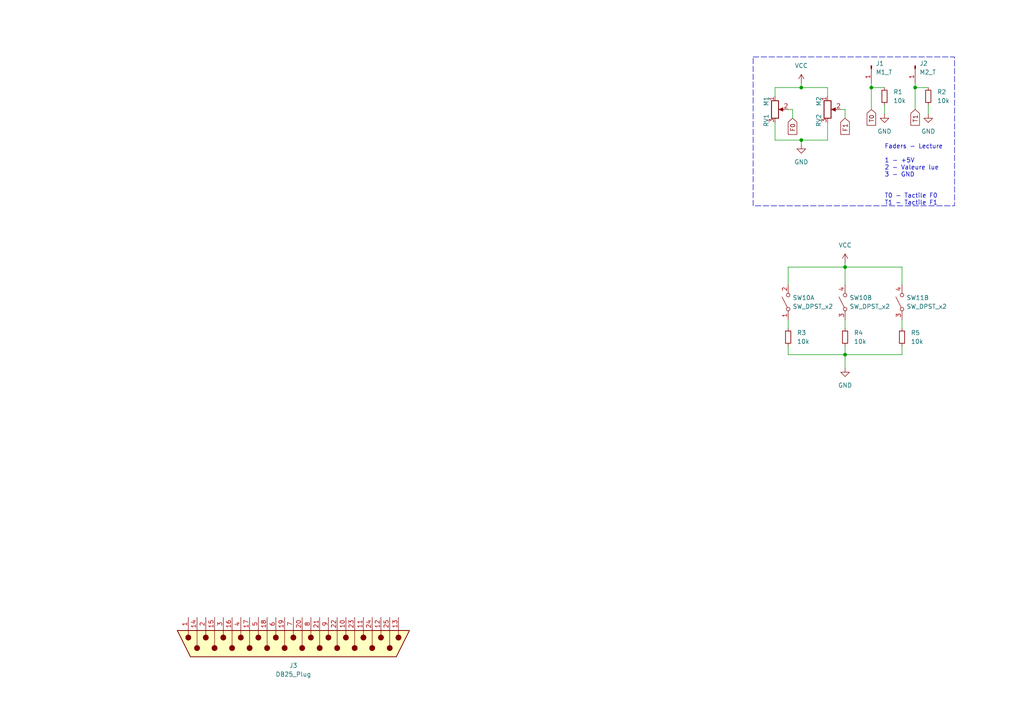
<source format=kicad_sch>
(kicad_sch (version 20230121) (generator eeschema)
  (paper "A4")
  (lib_symbols
    (symbol "Connector:Conn_01x01_Pin" (pin_names (offset 1.016) hide)
      (property "Reference" "J" (at 0 2.54 0))
      (property "Value" "Conn_01x01_Pin" (at 0 -2.54 0))
      (symbol "Conn_01x01_Pin_1_1"
        (polyline (pts (xy 1.27 0) (xy 0.8636 0)) (stroke (width 0.1524)))
        (rectangle (start 0.8636 0.127) (end 0 -0.127) (stroke (width 0.1524)) (fill (type outline)))
        (pin passive line (at 5.08 0 180) (length 3.81) (name "Pin_1") (number "1"))
      )
    )
    (symbol "Connector:DB25_Plug" (pin_names (offset 1.016) hide)
      (property "Reference" "J" (at 0 34.29 0))
      (property "Value" "DB25_Plug" (at 0 -34.925 0))
      (symbol "DB25_Plug_0_1"
        (circle (center -1.778 -30.48) (radius 0.762) (fill (type outline)))
        (circle (center -1.778 -25.4) (radius 0.762) (fill (type outline)))
        (circle (center -1.778 -20.32) (radius 0.762) (fill (type outline)))
        (circle (center -1.778 -15.24) (radius 0.762) (fill (type outline)))
        (circle (center -1.778 -10.16) (radius 0.762) (fill (type outline)))
        (circle (center -1.778 -5.08) (radius 0.762) (fill (type outline)))
        (circle (center -1.778 0) (radius 0.762) (fill (type outline)))
        (circle (center -1.778 5.08) (radius 0.762) (fill (type outline)))
        (circle (center -1.778 10.16) (radius 0.762) (fill (type outline)))
        (circle (center -1.778 15.24) (radius 0.762) (fill (type outline)))
        (circle (center -1.778 20.32) (radius 0.762) (fill (type outline)))
        (circle (center -1.778 25.4) (radius 0.762) (fill (type outline)))
        (circle (center -1.778 30.48) (radius 0.762) (fill (type outline)))
        (polyline (pts (xy -3.81 -30.48) (xy -2.54 -30.48)))
        (polyline (pts (xy -3.81 -27.94) (xy 0.508 -27.94)))
        (polyline (pts (xy -3.81 -25.4) (xy -2.54 -25.4)))
        (polyline (pts (xy -3.81 -22.86) (xy 0.508 -22.86)))
        (polyline (pts (xy -3.81 -20.32) (xy -2.54 -20.32)))
        (polyline (pts (xy -3.81 -17.78) (xy 0.508 -17.78)))
        (polyline (pts (xy -3.81 -15.24) (xy -2.54 -15.24)))
        (polyline (pts (xy -3.81 -12.7) (xy 0.508 -12.7)))
        (polyline (pts (xy -3.81 -10.16) (xy -2.54 -10.16)))
        (polyline (pts (xy -3.81 -7.62) (xy 0.508 -7.62)))
        (polyline (pts (xy -3.81 -5.08) (xy -2.54 -5.08)))
        (polyline (pts (xy -3.81 -2.54) (xy 0.508 -2.54)))
        (polyline (pts (xy -3.81 0) (xy -2.54 0)))
        (polyline (pts (xy -3.81 2.54) (xy 0.508 2.54)))
        (polyline (pts (xy -3.81 5.08) (xy -2.54 5.08)))
        (polyline (pts (xy -3.81 7.62) (xy 0.508 7.62)))
        (polyline (pts (xy -3.81 10.16) (xy -2.54 10.16)))
        (polyline (pts (xy -3.81 12.7) (xy 0.508 12.7)))
        (polyline (pts (xy -3.81 15.24) (xy -2.54 15.24)))
        (polyline (pts (xy -3.81 17.78) (xy 0.508 17.78)))
        (polyline (pts (xy -3.81 20.32) (xy -2.54 20.32)))
        (polyline (pts (xy -3.81 22.86) (xy 0.508 22.86)))
        (polyline (pts (xy -3.81 25.4) (xy -2.54 25.4)))
        (polyline (pts (xy -3.81 27.94) (xy 0.508 27.94)))
        (polyline (pts (xy -3.81 30.48) (xy -2.54 30.48)))
        (polyline (pts (xy -3.81 -33.655) (xy 3.81 -29.845) (xy 3.81 29.845) (xy -3.81 33.655) (xy -3.81 -33.655)) (stroke (width 0.254)) (fill (type background)))
        (circle (center 1.27 -27.94) (radius 0.762) (fill (type outline)))
        (circle (center 1.27 -22.86) (radius 0.762) (fill (type outline)))
        (circle (center 1.27 -17.78) (radius 0.762) (fill (type outline)))
        (circle (center 1.27 -12.7) (radius 0.762) (fill (type outline)))
        (circle (center 1.27 -7.62) (radius 0.762) (fill (type outline)))
        (circle (center 1.27 -2.54) (radius 0.762) (fill (type outline)))
        (circle (center 1.27 2.54) (radius 0.762) (fill (type outline)))
        (circle (center 1.27 7.62) (radius 0.762) (fill (type outline)))
        (circle (center 1.27 12.7) (radius 0.762) (fill (type outline)))
        (circle (center 1.27 17.78) (radius 0.762) (fill (type outline)))
        (circle (center 1.27 22.86) (radius 0.762) (fill (type outline)))
        (circle (center 1.27 27.94) (radius 0.762) (fill (type outline)))
      )
      (symbol "DB25_Plug_1_1"
        (pin passive line (at -7.62 -30.48 0) (length 3.81) (name "1") (number "1"))
        (pin passive line (at -7.62 15.24 0) (length 3.81) (name "10") (number "10"))
        (pin passive line (at -7.62 20.32 0) (length 3.81) (name "11") (number "11"))
        (pin passive line (at -7.62 25.4 0) (length 3.81) (name "12") (number "12"))
        (pin passive line (at -7.62 30.48 0) (length 3.81) (name "13") (number "13"))
        (pin passive line (at -7.62 -27.94 0) (length 3.81) (name "P14") (number "14"))
        (pin passive line (at -7.62 -22.86 0) (length 3.81) (name "P15") (number "15"))
        (pin passive line (at -7.62 -17.78 0) (length 3.81) (name "P16") (number "16"))
        (pin passive line (at -7.62 -12.7 0) (length 3.81) (name "P17") (number "17"))
        (pin passive line (at -7.62 -7.62 0) (length 3.81) (name "P18") (number "18"))
        (pin passive line (at -7.62 -2.54 0) (length 3.81) (name "P19") (number "19"))
        (pin passive line (at -7.62 -25.4 0) (length 3.81) (name "2") (number "2"))
        (pin passive line (at -7.62 2.54 0) (length 3.81) (name "P20") (number "20"))
        (pin passive line (at -7.62 7.62 0) (length 3.81) (name "P21") (number "21"))
        (pin passive line (at -7.62 12.7 0) (length 3.81) (name "P22") (number "22"))
        (pin passive line (at -7.62 17.78 0) (length 3.81) (name "P23") (number "23"))
        (pin passive line (at -7.62 22.86 0) (length 3.81) (name "P24") (number "24"))
        (pin passive line (at -7.62 27.94 0) (length 3.81) (name "P25") (number "25"))
        (pin passive line (at -7.62 -20.32 0) (length 3.81) (name "3") (number "3"))
        (pin passive line (at -7.62 -15.24 0) (length 3.81) (name "4") (number "4"))
        (pin passive line (at -7.62 -10.16 0) (length 3.81) (name "5") (number "5"))
        (pin passive line (at -7.62 -5.08 0) (length 3.81) (name "6") (number "6"))
        (pin passive line (at -7.62 0 0) (length 3.81) (name "7") (number "7"))
        (pin passive line (at -7.62 5.08 0) (length 3.81) (name "8") (number "8"))
        (pin passive line (at -7.62 10.16 0) (length 3.81) (name "9") (number "9"))
      )
    )
    (symbol "Device:R_Potentiometer" (pin_names (offset 1.016) hide)
      (property "Reference" "RV" (at -4.445 0 90))
      (property "Value" "R_Potentiometer" (at -2.54 0 90))
      (symbol "R_Potentiometer_0_1"
        (polyline (pts (xy 2.54 0) (xy 1.524 0)))
        (polyline (pts (xy 1.143 0) (xy 2.286 0.508) (xy 2.286 -0.508) (xy 1.143 0)) (fill (type outline)))
        (rectangle (start 1.016 2.54) (end -1.016 -2.54) (stroke (width 0.254)))
      )
      (symbol "R_Potentiometer_1_1"
        (pin passive line (at 0 3.81 270) (length 1.27) (name "1") (number "1"))
        (pin passive line (at 3.81 0 180) (length 1.27) (name "2") (number "2"))
        (pin passive line (at 0 -3.81 90) (length 1.27) (name "3") (number "3"))
      )
    )
    (symbol "Device:R_Small" (pin_numbers hide) (pin_names (offset 0.254) hide)
      (property "Reference" "R" (at 0.762 0.508 0))
      (property "Value" "R_Small" (at 0.762 -1.016 0))
      (symbol "R_Small_0_1"
        (rectangle (start -0.762 1.778) (end 0.762 -1.778) (stroke (width 0.2032)))
      )
      (symbol "R_Small_1_1"
        (pin passive line (at 0 2.54 270) (length 0.762) (name "~") (number "1"))
        (pin passive line (at 0 -2.54 90) (length 0.762) (name "~") (number "2"))
      )
    )
    (symbol "Switch:SW_DPST_x2" (pin_names (offset 0) hide)
      (property "Reference" "SW" (at 0 3.175 0))
      (property "Value" "SW_DPST_x2" (at 0 -2.54 0))
      (symbol "SW_DPST_x2_0_0"
        (circle (center -2.032 0) (radius 0.508))
        (polyline (pts (xy -1.524 0.254) (xy 1.524 1.778)))
        (circle (center 2.032 0) (radius 0.508))
      )
      (symbol "SW_DPST_x2_1_1"
        (pin passive line (at -5.08 0 0) (length 2.54) (name "A") (number "1"))
        (pin passive line (at 5.08 0 180) (length 2.54) (name "B") (number "2"))
      )
      (symbol "SW_DPST_x2_2_1"
        (pin passive line (at -5.08 0 0) (length 2.54) (name "A") (number "3"))
        (pin passive line (at 5.08 0 180) (length 2.54) (name "B") (number "4"))
      )
    )
    (symbol "power:GND" (power) (pin_names (offset 0))
      (property "Value" "GND" (at 0 -3.81 0))
      (symbol "GND_0_1"
        (polyline (pts (xy 0 0) (xy 0 -1.27) (xy 1.27 -1.27) (xy 0 -2.54) (xy -1.27 -1.27) (xy 0 -1.27)))
      )
      (symbol "GND_1_1"
        (pin power_in line (at 0 0 270) (length 0) hide (name "GND") (number "1"))
      )
    )
    (symbol "power:VCC" (power) (pin_names (offset 0))
      (property "Value" "VCC" (at 0 3.81 0))
      (symbol "VCC_0_1"
        (polyline (pts (xy -0.762 1.27) (xy 0 2.54)))
        (polyline (pts (xy 0 0) (xy 0 2.54)))
        (polyline (pts (xy 0 2.54) (xy 0.762 1.27)))
      )
      (symbol "VCC_1_1"
        (pin power_in line (at 0 0 90) (length 0) hide (name "VCC") (number "1"))
      )
    )
  )
  (junction (at 265.43 25.4))
  (junction (at 245.11 77.47))
  (junction (at 232.41 25.4))
  (junction (at 252.73 25.4))
  (junction (at 232.41 40.64))
  (junction (at 245.11 102.87))
  (wire (pts (xy 228.6 77.47) (xy 245.11 77.47)))
  (wire (pts (xy 245.11 77.47) (xy 261.62 77.47)))
  (wire (pts (xy 261.62 102.87) (xy 261.62 100.33)))
  (wire (pts (xy 228.6 31.75) (xy 229.87 31.75)))
  (wire (pts (xy 228.6 100.33) (xy 228.6 102.87)))
  (wire (pts (xy 265.43 25.4) (xy 269.24 25.4)))
  (wire (pts (xy 245.11 102.87) (xy 261.62 102.87)))
  (wire (pts (xy 224.79 40.64) (xy 232.41 40.64)))
  (wire (pts (xy 265.43 25.4) (xy 265.43 31.75)))
  (wire (pts (xy 252.73 24.13) (xy 252.73 25.4)))
  (wire (pts (xy 240.03 40.64) (xy 240.03 35.56)))
  (wire (pts (xy 228.6 82.55) (xy 228.6 77.47)))
  (wire (pts (xy 224.79 27.94) (xy 224.79 25.4)))
  (wire (pts (xy 252.73 25.4) (xy 256.54 25.4)))
  (wire (pts (xy 228.6 92.71) (xy 228.6 95.25)))
  (wire (pts (xy 232.41 40.64) (xy 232.41 41.91)))
  (wire (pts (xy 265.43 24.13) (xy 265.43 25.4)))
  (wire (pts (xy 256.54 30.48) (xy 256.54 33.02)))
  (wire (pts (xy 224.79 25.4) (xy 232.41 25.4)))
  (wire (pts (xy 245.11 92.71) (xy 245.11 95.25)))
  (wire (pts (xy 228.6 102.87) (xy 245.11 102.87)))
  (wire (pts (xy 245.11 100.33) (xy 245.11 102.87)))
  (wire (pts (xy 269.24 30.48) (xy 269.24 33.02)))
  (wire (pts (xy 224.79 35.56) (xy 224.79 40.64)))
  (wire (pts (xy 245.11 77.47) (xy 245.11 82.55)))
  (wire (pts (xy 243.84 31.75) (xy 245.11 31.75)))
  (wire (pts (xy 252.73 25.4) (xy 252.73 31.75)))
  (wire (pts (xy 240.03 25.4) (xy 240.03 27.94)))
  (wire (pts (xy 232.41 25.4) (xy 240.03 25.4)))
  (wire (pts (xy 232.41 40.64) (xy 240.03 40.64)))
  (wire (pts (xy 261.62 92.71) (xy 261.62 95.25)))
  (wire (pts (xy 245.11 31.75) (xy 245.11 34.29)))
  (wire (pts (xy 261.62 77.47) (xy 261.62 82.55)))
  (wire (pts (xy 245.11 76.2) (xy 245.11 77.47)))
  (wire (pts (xy 232.41 24.13) (xy 232.41 25.4)))
  (wire (pts (xy 245.11 102.87) (xy 245.11 106.68)))
  (wire (pts (xy 229.87 31.75) (xy 229.87 34.29)))
  (rectangle (start 218.44 16.51) (end 276.86 59.69) (stroke (width 0) (type dash)))
  (text "Faders - Lecture\n\n1 - +5V\n2 - Valeure lue \n3 - GND\n\n\nT0 - Tactile F0\nT1 - Tactile F1" (at 256.54 59.69 0) (effects (font (size 1.27 1.27)) (justify left bottom)))
  (global_label "T1" (shape input) (at 265.43 31.75 270) (property "Intersheetrefs" "${INTERSHEET_REFS}" (effects hide)))
  (global_label "F1" (shape input) (at 245.11 34.29 270) (property "Intersheetrefs" "${INTERSHEET_REFS}" (effects hide)))
  (global_label "F0" (shape input) (at 229.87 34.29 270) (property "Intersheetrefs" "${INTERSHEET_REFS}" (effects hide)))
  (global_label "T0" (shape input) (at 252.73 31.75 270) (property "Intersheetrefs" "${INTERSHEET_REFS}" (effects hide)))
  (symbol (lib_id "Connector:Conn_01x01_Pin") (at 252.73 19.05 270) (unit 1)
    (property "Reference" "J1" (at 254 18.415 90) (effects (justify left)))
    (property "Value" "M1_T" (at 254 20.955 90) (effects (justify left)))
    (property "Footprint" "Connector_PinHeader_1.00mm:PinHeader_1x01_P1.00mm_Vertical" (effects hide))
  )
  (symbol (lib_id "Device:R_Small") (at 256.54 27.94 0) (unit 1)
    (property "Reference" "R1" (at 259.08 26.67 0) (effects (justify left)))
    (property "Value" "10k" (at 259.08 29.21 0) (effects (justify left)))
  )
  (symbol (lib_id "Device:R_Small") (at 245.11 97.79 0) (unit 1)
    (property "Reference" "R4" (at 247.65 96.52 0) (effects (justify left)))
    (property "Value" "10k" (at 247.65 99.06 0) (effects (justify left)))
  )
  (symbol (lib_id "Connector:Conn_01x01_Pin") (at 265.43 19.05 270) (unit 1)
    (property "Reference" "J2" (at 266.7 18.415 90) (effects (justify left)))
    (property "Value" "M2_T" (at 266.7 20.955 90) (effects (justify left)))
    (property "Footprint" "Connector_PinHeader_1.00mm:PinHeader_1x01_P1.00mm_Vertical" (effects hide))
  )
  (symbol (lib_id "power:GND") (at 245.11 106.68 0) (unit 1)
    (property "Reference" "#PWR06" (effects hide))
    (property "Value" "GND" (at 245.11 111.76 0))
  )
  (symbol (lib_id "power:VCC") (at 245.11 76.2 0) (unit 1)
    (property "Reference" "#PWR03" (effects hide))
    (property "Value" "VCC" (at 245.11 71.12 0))
  )
  (symbol (lib_id "Device:R_Potentiometer") (at 240.03 31.75 0) (unit 1)
    (property "Reference" "RV2" (at 237.49 33.02 90) (effects (justify right)))
    (property "Value" "M2" (at 237.49 27.94 90) (effects (justify right)))
    (property "Footprint" "Connector_PinHeader_1.00mm:PinHeader_1x03_P1.00mm_Vertical" (effects hide))
  )
  (symbol (lib_id "Device:R_Small") (at 269.24 27.94 0) (unit 1)
    (property "Reference" "R2" (at 271.78 26.67 0) (effects (justify left)))
    (property "Value" "10k" (at 271.78 29.21 0) (effects (justify left)))
  )
  (symbol (lib_id "Device:R_Potentiometer") (at 224.79 31.75 0) (unit 1)
    (property "Reference" "RV1" (at 222.25 33.02 90) (effects (justify right)))
    (property "Value" "M1" (at 222.25 27.94 90) (effects (justify right)))
    (property "Footprint" "Connector_PinHeader_1.00mm:PinHeader_1x03_P1.00mm_Vertical" (effects hide))
  )
  (symbol (lib_id "Device:R_Small") (at 228.6 97.79 0) (unit 1)
    (property "Reference" "R3" (at 231.14 96.52 0) (effects (justify left)))
    (property "Value" "10k" (at 231.14 99.06 0) (effects (justify left)))
  )
  (symbol (lib_id "Connector:DB25_Plug") (at 85.09 186.69 270) (unit 1)
    (property "Reference" "J3" (at 85.09 193.04 90))
    (property "Value" "DB25_Plug" (at 85.09 195.58 90))
    (property "Datasheet" " ~" (effects hide))
  )
  (symbol (lib_id "power:GND") (at 256.54 33.02 0) (unit 1)
    (property "Reference" "#PWR04" (effects hide))
    (property "Value" "GND" (at 256.54 38.1 0))
  )
  (symbol (lib_id "power:VCC") (at 232.41 24.13 0) (unit 1)
    (property "Reference" "#PWR02" (effects hide))
    (property "Value" "VCC" (at 232.41 19.05 0))
  )
  (symbol (lib_id "Device:R_Small") (at 261.62 97.79 0) (unit 1)
    (property "Reference" "R5" (at 264.16 96.52 0) (effects (justify left)))
    (property "Value" "10k" (at 264.16 99.06 0) (effects (justify left)))
  )
  (symbol (lib_id "Switch:SW_DPST_x2") (at 245.11 87.63 90) (unit 2)
    (property "Reference" "SW10" (at 246.38 86.36 90) (effects (justify right)))
    (property "Value" "SW_DPST_x2" (at 246.38 88.9 90) (effects (justify right)))
  )
  (symbol (lib_id "power:GND") (at 232.41 41.91 0) (unit 1)
    (property "Reference" "#PWR01" (effects hide))
    (property "Value" "GND" (at 232.41 46.99 0))
  )
  (symbol (lib_id "Switch:SW_DPST_x2") (at 228.6 87.63 90) (unit 1)
    (property "Reference" "SW10" (at 229.87 86.36 90) (effects (justify right)))
    (property "Value" "SW_DPST_x2" (at 229.87 88.9 90) (effects (justify right)))
  )
  (symbol (lib_id "power:GND") (at 269.24 33.02 0) (unit 1)
    (property "Reference" "#PWR05" (effects hide))
    (property "Value" "GND" (at 269.24 38.1 0))
  )
  (symbol (lib_id "Switch:SW_DPST_x2") (at 261.62 87.63 90) (unit 2)
    (property "Reference" "SW11" (at 262.89 86.36 90) (effects (justify right)))
    (property "Value" "SW_DPST_x2" (at 262.89 88.9 90) (effects (justify right)))
  )
)
</source>
